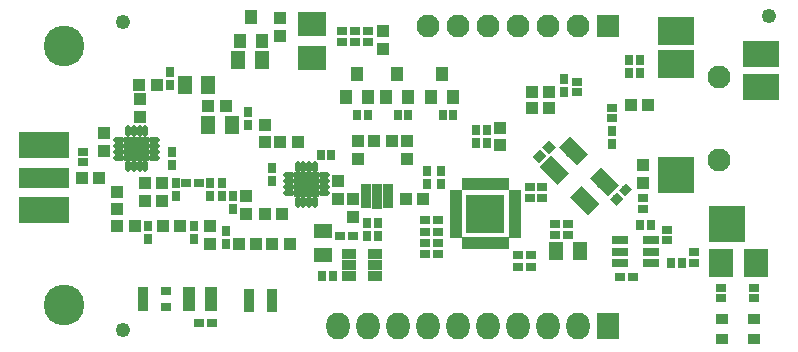
<source format=gts>
G04 #@! TF.GenerationSoftware,KiCad,Pcbnew,(5.0.0)*
G04 #@! TF.CreationDate,2018-09-16T16:08:27-07:00*
G04 #@! TF.ProjectId,HamShieldMini1.2,48616D536869656C644D696E69312E32,rev?*
G04 #@! TF.SameCoordinates,PX459e440PY8f0d180*
G04 #@! TF.FileFunction,Soldermask,Top*
G04 #@! TF.FilePolarity,Negative*
%FSLAX46Y46*%
G04 Gerber Fmt 4.6, Leading zero omitted, Abs format (unit mm)*
G04 Created by KiCad (PCBNEW (5.0.0)) date 09/16/18 16:08:27*
%MOMM*%
%LPD*%
G01*
G04 APERTURE LIST*
%ADD10O,1.000000X0.550000*%
%ADD11O,0.550000X1.000000*%
%ADD12R,1.150000X1.150000*%
%ADD13R,0.850000X0.650000*%
%ADD14C,1.248220*%
%ADD15R,0.650000X0.850000*%
%ADD16R,1.050000X1.150000*%
%ADD17R,3.050000X2.250000*%
%ADD18R,3.050000X2.450000*%
%ADD19R,3.050000X3.050000*%
%ADD20C,1.950000*%
%ADD21R,0.504000X1.012000*%
%ADD22R,1.012000X0.504000*%
%ADD23R,3.249740X3.249740*%
%ADD24R,1.448880X0.798640*%
%ADD25R,1.977200X2.282000*%
%ADD26O,1.977200X2.282000*%
%ADD27R,1.000000X1.050000*%
%ADD28R,0.850000X0.750000*%
%ADD29C,0.750000*%
%ADD30C,0.150000*%
%ADD31R,0.750000X0.850000*%
%ADD32R,1.050000X1.000000*%
%ADD33R,0.950000X0.670000*%
%ADD34R,0.999300X0.648780*%
%ADD35R,1.250000X1.500000*%
%ADD36R,1.500000X1.250000*%
%ADD37R,4.314000X2.250000*%
%ADD38R,4.314000X1.774000*%
%ADD39R,1.050000X0.850000*%
%ADD40C,1.349820*%
%ADD41R,2.050000X2.480000*%
%ADD42R,1.950000X1.950000*%
%ADD43O,1.950000X1.950000*%
%ADD44R,2.480000X2.050000*%
%ADD45C,3.450000*%
%ADD46R,0.950000X0.550000*%
%ADD47R,0.875000X1.200000*%
%ADD48R,1.250000X0.850000*%
%ADD49R,0.900000X0.650000*%
G04 APERTURE END LIST*
D10*
G04 #@! TO.C,U11*
X23025000Y15000000D03*
X23025000Y14500000D03*
X23025000Y14000000D03*
X23025000Y13500000D03*
D11*
X23750000Y12775000D03*
X24250000Y12775000D03*
X24750000Y12775000D03*
X25250000Y12775000D03*
D10*
X25975000Y13500000D03*
X25975000Y14000000D03*
X25975000Y14500000D03*
X25975000Y15000000D03*
D11*
X25250000Y15725000D03*
X24750000Y15725000D03*
X24250000Y15725000D03*
X23750000Y15725000D03*
D12*
X24950000Y13800000D03*
X24950000Y14700000D03*
X24050000Y13800000D03*
X24050000Y14700000D03*
G04 #@! TD*
D13*
G04 #@! TO.C,R36*
X29700000Y27200000D03*
X29700000Y26300000D03*
G04 #@! TD*
G04 #@! TO.C,R37*
X28600000Y27200000D03*
X28600000Y26300000D03*
G04 #@! TD*
D14*
G04 #@! TO.C,FD1*
X63700000Y28500000D03*
G04 #@! TD*
D15*
G04 #@! TO.C,R1*
X28825000Y20125000D03*
X29725000Y20125000D03*
G04 #@! TD*
G04 #@! TO.C,R14*
X32225000Y20125000D03*
X33125000Y20125000D03*
G04 #@! TD*
G04 #@! TO.C,R15*
X36025000Y20125000D03*
X36925000Y20125000D03*
G04 #@! TD*
D13*
G04 #@! TO.C,R16*
X27500000Y27200000D03*
X27500000Y26300000D03*
G04 #@! TD*
D16*
G04 #@! TO.C,Q5*
X27825000Y21625000D03*
X29725000Y21625000D03*
X28775000Y23625000D03*
G04 #@! TD*
G04 #@! TO.C,Q6*
X31225000Y21625000D03*
X33125000Y21625000D03*
X32175000Y23625000D03*
G04 #@! TD*
G04 #@! TO.C,Q7*
X35025000Y21625000D03*
X36925000Y21625000D03*
X35975000Y23625000D03*
G04 #@! TD*
D17*
G04 #@! TO.C,J2*
X63000000Y25300000D03*
X63000000Y22500000D03*
D18*
X55800000Y24400000D03*
X55800000Y27200000D03*
D19*
X55800000Y15000000D03*
X60150000Y10900000D03*
D20*
X59400000Y23300000D03*
X59400000Y16300000D03*
G04 #@! TD*
D21*
G04 #@! TO.C,U1*
X40899680Y9250640D03*
X40399300Y9250640D03*
X39898920Y9250640D03*
X41400060Y9250640D03*
D22*
X42149360Y9999940D03*
X42149360Y10500320D03*
X42149360Y11000700D03*
X42149360Y11501080D03*
X42149360Y11998920D03*
X42149360Y12499300D03*
X42149360Y12999680D03*
X42149360Y13500060D03*
D21*
X37899940Y14249360D03*
X41400060Y14249360D03*
X40899680Y14249360D03*
X40399300Y14249360D03*
X39898920Y14249360D03*
X39401080Y14249360D03*
X38900700Y14249360D03*
X38400320Y14249360D03*
D22*
X37150640Y13500060D03*
X37150640Y12999680D03*
X37150640Y12499300D03*
X37150640Y11998920D03*
X37150640Y11501080D03*
X37150640Y11000700D03*
X37150640Y10500320D03*
X37150640Y9999940D03*
D21*
X37899940Y9250640D03*
X38400320Y9250640D03*
X38900700Y9250640D03*
X39401080Y9250640D03*
D23*
X39650000Y11750000D03*
G04 #@! TD*
D24*
G04 #@! TO.C,U3*
X53672940Y9499960D03*
X53672940Y8550000D03*
X53672940Y7600040D03*
X51077060Y7600040D03*
X51077060Y8550000D03*
X51077060Y9499960D03*
G04 #@! TD*
D25*
G04 #@! TO.C,P1*
X50000000Y2250000D03*
D26*
X47460000Y2250000D03*
X44920000Y2250000D03*
X42380000Y2250000D03*
X39840000Y2250000D03*
X37300000Y2250000D03*
X34760000Y2250000D03*
X32220000Y2250000D03*
X29680000Y2250000D03*
X27140000Y2250000D03*
G04 #@! TD*
D27*
G04 #@! TO.C,C20*
X22300000Y28350000D03*
X22300000Y26850000D03*
G04 #@! TD*
D28*
G04 #@! TO.C,C1*
X43500000Y8275000D03*
X42400000Y8275000D03*
G04 #@! TD*
G04 #@! TO.C,C2*
X43500000Y7250000D03*
X42400000Y7250000D03*
G04 #@! TD*
G04 #@! TO.C,C3*
X34550000Y11200000D03*
X35650000Y11200000D03*
G04 #@! TD*
G04 #@! TO.C,C4*
X34550000Y10250000D03*
X35650000Y10250000D03*
G04 #@! TD*
G04 #@! TO.C,C5*
X46625000Y10900000D03*
X45525000Y10900000D03*
G04 #@! TD*
G04 #@! TO.C,C6*
X46625000Y9950000D03*
X45525000Y9950000D03*
G04 #@! TD*
G04 #@! TO.C,C7*
X34550000Y9300000D03*
X35650000Y9300000D03*
G04 #@! TD*
G04 #@! TO.C,C8*
X34550000Y8350000D03*
X35650000Y8350000D03*
G04 #@! TD*
D29*
G04 #@! TO.C,C9*
X51513909Y13788909D03*
D30*
G36*
X51549264Y14354594D02*
X52079594Y13824264D01*
X51478554Y13223224D01*
X50948224Y13753554D01*
X51549264Y14354594D01*
X51549264Y14354594D01*
G37*
D29*
X50736091Y13011091D03*
D30*
G36*
X50771446Y13576776D02*
X51301776Y13046446D01*
X50700736Y12445406D01*
X50170406Y12975736D01*
X50771446Y13576776D01*
X50771446Y13576776D01*
G37*
G04 #@! TD*
D29*
G04 #@! TO.C,C10*
X45038909Y17413909D03*
D30*
G36*
X45074264Y17979594D02*
X45604594Y17449264D01*
X45003554Y16848224D01*
X44473224Y17378554D01*
X45074264Y17979594D01*
X45074264Y17979594D01*
G37*
D29*
X44261091Y16636091D03*
D30*
G36*
X44296446Y17201776D02*
X44826776Y16671446D01*
X44225736Y16070406D01*
X43695406Y16600736D01*
X44296446Y17201776D01*
X44296446Y17201776D01*
G37*
G04 #@! TD*
D31*
G04 #@! TO.C,C12*
X39775000Y18850000D03*
X39775000Y17750000D03*
G04 #@! TD*
G04 #@! TO.C,C13*
X38825000Y18850000D03*
X38825000Y17750000D03*
G04 #@! TD*
G04 #@! TO.C,C14*
X35870000Y15350000D03*
X35870000Y14250000D03*
G04 #@! TD*
G04 #@! TO.C,C15*
X34730000Y15350000D03*
X34730000Y14250000D03*
G04 #@! TD*
D28*
G04 #@! TO.C,C17*
X16480000Y2490000D03*
X15380000Y2490000D03*
G04 #@! TD*
D32*
G04 #@! TO.C,C19*
X5475000Y14825000D03*
X6975000Y14825000D03*
G04 #@! TD*
G04 #@! TO.C,C23*
X23075000Y9225000D03*
X21575000Y9225000D03*
G04 #@! TD*
G04 #@! TO.C,C24*
X22475000Y11775000D03*
X20975000Y11775000D03*
G04 #@! TD*
G04 #@! TO.C,C25*
X22300000Y17800000D03*
X23800000Y17800000D03*
G04 #@! TD*
D31*
G04 #@! TO.C,C31*
X13100000Y16950000D03*
X13100000Y15850000D03*
G04 #@! TD*
G04 #@! TO.C,C35*
X21600000Y14500000D03*
X21600000Y15600000D03*
G04 #@! TD*
D28*
G04 #@! TO.C,C39*
X52175000Y6375000D03*
X51075000Y6375000D03*
G04 #@! TD*
D32*
G04 #@! TO.C,C40*
X45075000Y22050000D03*
X43575000Y22050000D03*
G04 #@! TD*
D31*
G04 #@! TO.C,C41*
X46300000Y23150000D03*
X46300000Y22050000D03*
G04 #@! TD*
G04 #@! TO.C,C43*
X50350000Y18800000D03*
X50350000Y17700000D03*
G04 #@! TD*
G04 #@! TO.C,C56*
X18275000Y13275000D03*
X18275000Y12175000D03*
G04 #@! TD*
G04 #@! TO.C,C59*
X15025000Y10725000D03*
X15025000Y9625000D03*
G04 #@! TD*
G04 #@! TO.C,C60*
X16375000Y14375000D03*
X16375000Y13275000D03*
G04 #@! TD*
D32*
G04 #@! TO.C,C94*
X45075000Y20725000D03*
X43575000Y20725000D03*
G04 #@! TD*
D15*
G04 #@! TO.C,R12*
X53675000Y10775000D03*
X52775000Y10775000D03*
G04 #@! TD*
D13*
G04 #@! TO.C,R13*
X57275000Y7600000D03*
X57275000Y8500000D03*
G04 #@! TD*
D15*
G04 #@! TO.C,R23*
X56275000Y7600000D03*
X55375000Y7600000D03*
G04 #@! TD*
D13*
G04 #@! TO.C,R24*
X47450000Y22950000D03*
X47450000Y22050000D03*
G04 #@! TD*
D15*
G04 #@! TO.C,R27*
X52750000Y23700000D03*
X51850000Y23700000D03*
G04 #@! TD*
G04 #@! TO.C,R28*
X52750000Y24750000D03*
X51850000Y24750000D03*
G04 #@! TD*
D13*
G04 #@! TO.C,R31*
X50350000Y20750000D03*
X50350000Y19850000D03*
G04 #@! TD*
D15*
G04 #@! TO.C,R4*
X25850000Y6500000D03*
X26750000Y6500000D03*
G04 #@! TD*
G04 #@! TO.C,R5*
X25700000Y16750000D03*
X26600000Y16750000D03*
G04 #@! TD*
D13*
G04 #@! TO.C,R6*
X53000000Y12200000D03*
X53000000Y13100000D03*
G04 #@! TD*
G04 #@! TO.C,R7*
X55050000Y9500000D03*
X55050000Y10400000D03*
G04 #@! TD*
D33*
G04 #@! TO.C,D1*
X19680000Y5090000D03*
X19680000Y4440000D03*
X19680000Y3790000D03*
X21580000Y3790000D03*
X21580000Y4440000D03*
X21580000Y5090000D03*
G04 #@! TD*
D31*
G04 #@! TO.C,C58*
X19550000Y19300000D03*
X19550000Y20400000D03*
G04 #@! TD*
D34*
G04 #@! TO.C,U12*
X16429960Y3889760D03*
X16429960Y4540000D03*
X16429960Y5190240D03*
X14530040Y5190240D03*
X14530040Y4540000D03*
X14530040Y3889760D03*
G04 #@! TD*
D32*
G04 #@! TO.C,C61*
X16200000Y20850000D03*
X17700000Y20850000D03*
G04 #@! TD*
D27*
G04 #@! TO.C,C67*
X8475000Y13625000D03*
X8475000Y12125000D03*
G04 #@! TD*
G04 #@! TO.C,C73*
X27150000Y13000000D03*
X27150000Y14500000D03*
G04 #@! TD*
D32*
G04 #@! TO.C,L18*
X20275000Y9225000D03*
X18775000Y9225000D03*
G04 #@! TD*
D27*
G04 #@! TO.C,L19*
X19425000Y11775000D03*
X19425000Y13275000D03*
G04 #@! TD*
G04 #@! TO.C,L21*
X16375000Y9225000D03*
X16375000Y10725000D03*
G04 #@! TD*
D32*
G04 #@! TO.C,L24*
X13825000Y10725000D03*
X12325000Y10725000D03*
G04 #@! TD*
G04 #@! TO.C,L27*
X9975000Y10725000D03*
X8475000Y10725000D03*
G04 #@! TD*
D27*
G04 #@! TO.C,L28*
X12275000Y14375000D03*
X12275000Y12875000D03*
G04 #@! TD*
D31*
G04 #@! TO.C,C53*
X17675000Y9225000D03*
X17675000Y10325000D03*
G04 #@! TD*
G04 #@! TO.C,C62*
X11125000Y10725000D03*
X11125000Y9625000D03*
G04 #@! TD*
G04 #@! TO.C,C63*
X13425000Y14375000D03*
X13425000Y13275000D03*
G04 #@! TD*
G04 #@! TO.C,C66*
X12950000Y22700000D03*
X12950000Y23800000D03*
G04 #@! TD*
D27*
G04 #@! TO.C,C68*
X10825000Y14375000D03*
X10825000Y12875000D03*
G04 #@! TD*
G04 #@! TO.C,C70*
X10375000Y21450000D03*
X10375000Y19950000D03*
G04 #@! TD*
D32*
G04 #@! TO.C,C71*
X34400000Y13000000D03*
X32900000Y13000000D03*
G04 #@! TD*
D28*
G04 #@! TO.C,C75*
X28450000Y9900000D03*
X27350000Y9900000D03*
G04 #@! TD*
D31*
G04 #@! TO.C,C76*
X30600000Y9850000D03*
X30600000Y10950000D03*
G04 #@! TD*
G04 #@! TO.C,L22*
X17325000Y13275000D03*
X17325000Y14375000D03*
G04 #@! TD*
D35*
G04 #@! TO.C,L23*
X18200000Y19300000D03*
X16200000Y19300000D03*
G04 #@! TD*
D28*
G04 #@! TO.C,L25*
X15375000Y14375000D03*
X14275000Y14375000D03*
G04 #@! TD*
D35*
G04 #@! TO.C,L26*
X16200000Y22700000D03*
X14200000Y22700000D03*
G04 #@! TD*
D31*
G04 #@! TO.C,C74*
X29600000Y9850000D03*
X29600000Y10950000D03*
G04 #@! TD*
D14*
G04 #@! TO.C,FD2*
X9000000Y1950000D03*
G04 #@! TD*
D32*
G04 #@! TO.C,C77*
X30240000Y17910000D03*
X31740000Y17910000D03*
G04 #@! TD*
D27*
G04 #@! TO.C,L30*
X28900000Y16420000D03*
X28900000Y17920000D03*
G04 #@! TD*
G04 #@! TO.C,L31*
X32990000Y16420000D03*
X32990000Y17920000D03*
G04 #@! TD*
G04 #@! TO.C,L32*
X7325000Y17075000D03*
X7325000Y18575000D03*
G04 #@! TD*
D13*
G04 #@! TO.C,R9*
X5575000Y16125000D03*
X5575000Y17025000D03*
G04 #@! TD*
D35*
G04 #@! TO.C,C22*
X20700000Y24800000D03*
X18700000Y24800000D03*
G04 #@! TD*
D27*
G04 #@! TO.C,L3*
X28450000Y11500000D03*
X28450000Y13000000D03*
G04 #@! TD*
G04 #@! TO.C,L20*
X21000000Y17800000D03*
X21000000Y19300000D03*
G04 #@! TD*
D32*
G04 #@! TO.C,L29*
X11850000Y22700000D03*
X10350000Y22700000D03*
G04 #@! TD*
D35*
G04 #@! TO.C,C80*
X45625000Y8600000D03*
X47625000Y8600000D03*
G04 #@! TD*
D36*
G04 #@! TO.C,C81*
X25900000Y8300000D03*
X25900000Y10300000D03*
G04 #@! TD*
D37*
G04 #@! TO.C,J1*
X2325000Y12063000D03*
X2325000Y17587000D03*
D38*
X2325000Y14825000D03*
G04 #@! TD*
D39*
G04 #@! TO.C,D2*
X62380000Y1190000D03*
X62380000Y2890000D03*
G04 #@! TD*
G04 #@! TO.C,D3*
X59650000Y1190000D03*
X59650000Y2890000D03*
G04 #@! TD*
D13*
G04 #@! TO.C,R20*
X62380000Y5490000D03*
X62380000Y4590000D03*
G04 #@! TD*
G04 #@! TO.C,R22*
X59630000Y5490000D03*
X59630000Y4590000D03*
G04 #@! TD*
D16*
G04 #@! TO.C,U6*
X18850000Y26400000D03*
X20750000Y26400000D03*
X19800000Y28400000D03*
G04 #@! TD*
D40*
G04 #@! TO.C,Y1*
X49719340Y14479290D03*
D30*
G36*
X50956685Y14196412D02*
X50002218Y13241945D01*
X48481995Y14762168D01*
X49436462Y15716635D01*
X50956685Y14196412D01*
X50956685Y14196412D01*
G37*
D40*
X47104290Y17094340D03*
D30*
G36*
X48341635Y16811462D02*
X47387168Y15856995D01*
X45866945Y17377218D01*
X46821412Y18331685D01*
X48341635Y16811462D01*
X48341635Y16811462D01*
G37*
D40*
X45480660Y15470710D03*
D30*
G36*
X46718005Y15187832D02*
X45763538Y14233365D01*
X44243315Y15753588D01*
X45197782Y16708055D01*
X46718005Y15187832D01*
X46718005Y15187832D01*
G37*
D40*
X48095710Y12855660D03*
D30*
G36*
X49333055Y12572782D02*
X48378588Y11618315D01*
X46858365Y13138538D01*
X47812832Y14093005D01*
X49333055Y12572782D01*
X49333055Y12572782D01*
G37*
G04 #@! TD*
D32*
G04 #@! TO.C,C42*
X51950000Y21000000D03*
X53450000Y21000000D03*
G04 #@! TD*
D27*
G04 #@! TO.C,C47*
X53000000Y14350000D03*
X53000000Y15850000D03*
G04 #@! TD*
D41*
G04 #@! TO.C,C93*
X62560000Y7600000D03*
X59640000Y7600000D03*
G04 #@! TD*
D14*
G04 #@! TO.C,FD3*
X9000000Y28000000D03*
G04 #@! TD*
D42*
G04 #@! TO.C,P2*
X50000000Y27650000D03*
D43*
X47460000Y27650000D03*
X44920000Y27650000D03*
X42380000Y27650000D03*
X39840000Y27650000D03*
X37300000Y27650000D03*
X34760000Y27650000D03*
G04 #@! TD*
D44*
G04 #@! TO.C,C18*
X24950000Y24940000D03*
X24950000Y27860000D03*
G04 #@! TD*
D27*
G04 #@! TO.C,C21*
X31000000Y25700000D03*
X31000000Y27200000D03*
G04 #@! TD*
G04 #@! TO.C,C11*
X40850000Y17550000D03*
X40850000Y19050000D03*
G04 #@! TD*
D45*
G04 #@! TO.C,MK1*
X4000000Y26000000D03*
G04 #@! TD*
G04 #@! TO.C,MK2*
X4000000Y4000000D03*
G04 #@! TD*
D13*
G04 #@! TO.C,R2*
X44450000Y14025000D03*
X44450000Y13125000D03*
G04 #@! TD*
G04 #@! TO.C,R3*
X43400000Y14025000D03*
X43400000Y13125000D03*
G04 #@! TD*
D46*
G04 #@! TO.C,U4*
X31450000Y12500000D03*
X31450000Y13000000D03*
X31450000Y13500000D03*
X31450000Y14000000D03*
X29550000Y14000000D03*
X29550000Y13500000D03*
X29550000Y13000000D03*
X29550000Y12500000D03*
D47*
X30500000Y13725000D03*
X30500000Y12775000D03*
G04 #@! TD*
D48*
G04 #@! TO.C,Q1*
X30300000Y6450000D03*
X30300000Y7400000D03*
X30300000Y8350000D03*
X28100000Y8350000D03*
X28100000Y7400000D03*
X28100000Y6450000D03*
G04 #@! TD*
D12*
G04 #@! TO.C,U10*
X10575000Y16800000D03*
X10575000Y17700000D03*
X9675000Y16800000D03*
X9675000Y17700000D03*
D11*
X10875000Y15775000D03*
X10375000Y15775000D03*
X9875000Y15775000D03*
X9375000Y15775000D03*
D10*
X8650000Y16500000D03*
X8650000Y17000000D03*
X8650000Y17500000D03*
X8650000Y18000000D03*
D11*
X9375000Y18725000D03*
X9875000Y18725000D03*
X10375000Y18725000D03*
X10875000Y18725000D03*
D10*
X11600000Y18000000D03*
X11600000Y17500000D03*
X11600000Y17000000D03*
X11600000Y16500000D03*
G04 #@! TD*
D49*
G04 #@! TO.C,U2*
X12600000Y5200000D03*
X12600000Y3900000D03*
X10700000Y4550000D03*
X10700000Y3900000D03*
X10700000Y5200000D03*
G04 #@! TD*
M02*

</source>
